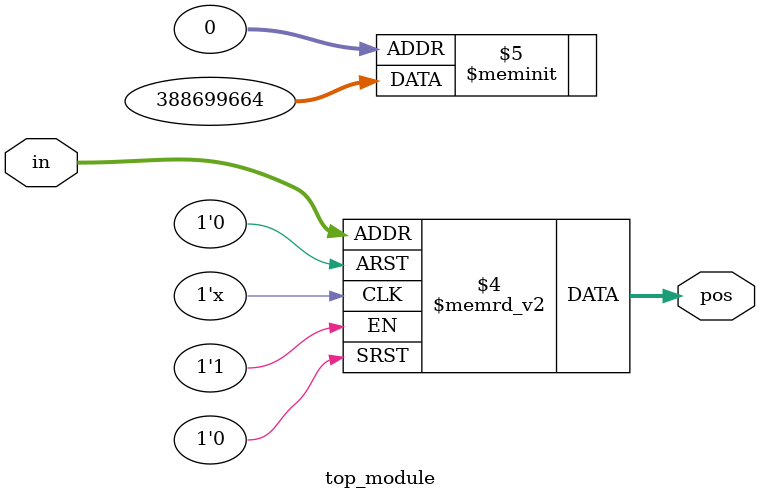
<source format=sv>
module top_module (
	input [3:0] in,
	output reg [1:0] pos
);

	always @* begin
		case(in)
			4'b0000: pos = 2'b00;
			4'b0001: pos = 2'b00;
			4'b0010: pos = 2'b01;
			4'b0011: pos = 2'b00;
			4'b0100: pos = 2'b10;
			4'b0101: pos = 2'b01;
			4'b0110: pos = 2'b01;
			4'b0111: pos = 2'b00;
			4'b1000: pos = 2'b11;
			4'b1001: pos = 2'b10;
			4'b1010: pos = 2'b10;
			4'b1011: pos = 2'b00;
			4'b1100: pos = 2'b11;
			4'b1101: pos = 2'b01;
			4'b1110: pos = 2'b01;
			4'b1111: pos = 2'b00;
			default: pos = 2'b00;
		endcase
	end

endmodule

</source>
